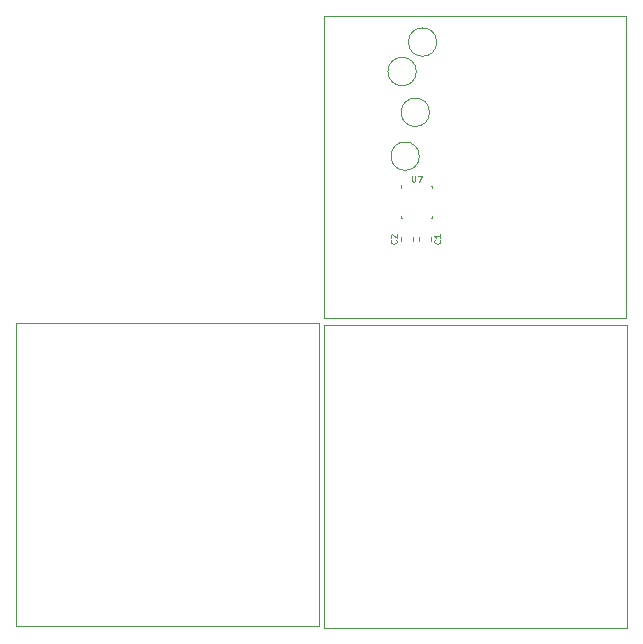
<source format=gbr>
%TF.GenerationSoftware,KiCad,Pcbnew,(5.1.10)-1*%
%TF.CreationDate,2023-09-11T18:35:05-05:00*%
%TF.ProjectId,perovskite_contact_board,7065726f-7673-46b6-9974-655f636f6e74,V3*%
%TF.SameCoordinates,Original*%
%TF.FileFunction,Legend,Top*%
%TF.FilePolarity,Positive*%
%FSLAX46Y46*%
G04 Gerber Fmt 4.6, Leading zero omitted, Abs format (unit mm)*
G04 Created by KiCad (PCBNEW (5.1.10)-1) date 2023-09-11 18:35:05*
%MOMM*%
%LPD*%
G01*
G04 APERTURE LIST*
%ADD10C,0.100000*%
%ADD11C,0.120000*%
G04 APERTURE END LIST*
D10*
%TO.C,U7*%
X156638000Y-88786800D02*
X156788000Y-88786800D01*
X156638000Y-88776800D02*
X156638000Y-88626800D01*
X159338000Y-88776800D02*
X159338000Y-88626800D01*
X159338000Y-88776800D02*
X159188000Y-88776800D01*
X159188000Y-86076800D02*
X159338000Y-86076800D01*
X159338000Y-86076800D02*
X159338000Y-86226800D01*
X156638000Y-86226800D02*
X156638000Y-85976800D01*
D11*
%TO.C,C2*%
X157672500Y-90397720D02*
X157672500Y-90678880D01*
X156652500Y-90397720D02*
X156652500Y-90678880D01*
%TO.C,C1*%
X159196500Y-90397720D02*
X159196500Y-90678880D01*
X158176500Y-90397720D02*
X158176500Y-90678880D01*
%TO.C,U3*%
X150177500Y-123463000D02*
X150177500Y-97813000D01*
X175827500Y-123463000D02*
X175827500Y-97813000D01*
X150177500Y-97813000D02*
X175827500Y-97813000D01*
X150177500Y-123463000D02*
X175827500Y-123463000D01*
%TO.C,JP103.8*%
X157968800Y-76352400D02*
G75*
G03*
X157968800Y-76352400I-1200000J0D01*
G01*
%TO.C,JP103.11*%
X159696000Y-73863200D02*
G75*
G03*
X159696000Y-73863200I-1200000J0D01*
G01*
%TO.C,U2*%
X124079000Y-123263000D02*
X124079000Y-97613000D01*
X149729000Y-123263000D02*
X149729000Y-97613000D01*
X124079000Y-97613000D02*
X149729000Y-97613000D01*
X124079000Y-123263000D02*
X149729000Y-123263000D01*
%TO.C,JP103.2*%
X159086400Y-79806800D02*
G75*
G03*
X159086400Y-79806800I-1200000J0D01*
G01*
%TO.C,JP103.1*%
X158222800Y-83515200D02*
G75*
G03*
X158222800Y-83515200I-1200000J0D01*
G01*
%TO.C,U1*%
X150114000Y-97260000D02*
X150114000Y-71610000D01*
X175764000Y-97260000D02*
X175764000Y-71610000D01*
X150114000Y-71610000D02*
X175764000Y-71610000D01*
X150114000Y-97260000D02*
X175764000Y-97260000D01*
%TO.C,U7*%
D10*
X157607047Y-85184490D02*
X157607047Y-85589252D01*
X157630857Y-85636871D01*
X157654666Y-85660680D01*
X157702285Y-85684490D01*
X157797523Y-85684490D01*
X157845142Y-85660680D01*
X157868952Y-85636871D01*
X157892761Y-85589252D01*
X157892761Y-85184490D01*
X158083238Y-85184490D02*
X158416571Y-85184490D01*
X158202285Y-85684490D01*
%TO.C,C2*%
X156261571Y-90621633D02*
X156285380Y-90645442D01*
X156309190Y-90716871D01*
X156309190Y-90764490D01*
X156285380Y-90835919D01*
X156237761Y-90883538D01*
X156190142Y-90907347D01*
X156094904Y-90931157D01*
X156023476Y-90931157D01*
X155928238Y-90907347D01*
X155880619Y-90883538D01*
X155833000Y-90835919D01*
X155809190Y-90764490D01*
X155809190Y-90716871D01*
X155833000Y-90645442D01*
X155856809Y-90621633D01*
X155856809Y-90431157D02*
X155833000Y-90407347D01*
X155809190Y-90359728D01*
X155809190Y-90240680D01*
X155833000Y-90193061D01*
X155856809Y-90169252D01*
X155904428Y-90145442D01*
X155952047Y-90145442D01*
X156023476Y-90169252D01*
X156309190Y-90454966D01*
X156309190Y-90145442D01*
%TO.C,C1*%
X159944571Y-90621633D02*
X159968380Y-90645442D01*
X159992190Y-90716871D01*
X159992190Y-90764490D01*
X159968380Y-90835919D01*
X159920761Y-90883538D01*
X159873142Y-90907347D01*
X159777904Y-90931157D01*
X159706476Y-90931157D01*
X159611238Y-90907347D01*
X159563619Y-90883538D01*
X159516000Y-90835919D01*
X159492190Y-90764490D01*
X159492190Y-90716871D01*
X159516000Y-90645442D01*
X159539809Y-90621633D01*
X159992190Y-90145442D02*
X159992190Y-90431157D01*
X159992190Y-90288300D02*
X159492190Y-90288300D01*
X159563619Y-90335919D01*
X159611238Y-90383538D01*
X159635047Y-90431157D01*
%TD*%
M02*

</source>
